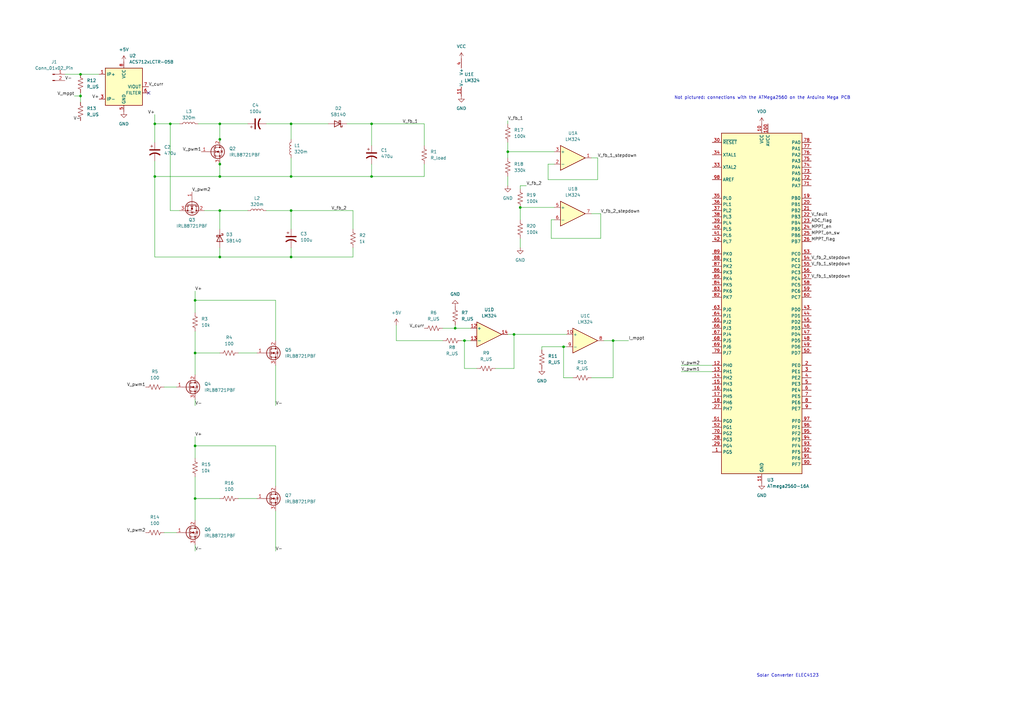
<source format=kicad_sch>
(kicad_sch (version 20231120) (generator "eeschema") (generator_version "8.0")
  (paper "A3")
  (lib_symbols
    (symbol "Amplifier_Operational:LM324" (pin_names (offset 0.127))
      (property "Reference" "U" (at 0 5.08 0))
      (property "Value" "LM324" (at 0 -5.08 0))
      (symbol "LM324_1_1"
        (polyline (pts (xy -5.08 5.08) (xy 5.08 0) (xy -5.08 -5.08) (xy -5.08 5.08)) (stroke (width 0.254)) (fill (type background)))
        (pin output line (at 7.62 0 180) (length 2.54) (name "~") (number "1"))
        (pin input line (at -7.62 -2.54 0) (length 2.54) (name "-") (number "2"))
        (pin input line (at -7.62 2.54 0) (length 2.54) (name "+") (number "3"))
      )
      (symbol "LM324_2_1"
        (polyline (pts (xy -5.08 5.08) (xy 5.08 0) (xy -5.08 -5.08) (xy -5.08 5.08)) (stroke (width 0.254)) (fill (type background)))
        (pin input line (at -7.62 2.54 0) (length 2.54) (name "+") (number "5"))
        (pin input line (at -7.62 -2.54 0) (length 2.54) (name "-") (number "6"))
        (pin output line (at 7.62 0 180) (length 2.54) (name "~") (number "7"))
      )
      (symbol "LM324_3_1"
        (polyline (pts (xy -5.08 5.08) (xy 5.08 0) (xy -5.08 -5.08) (xy -5.08 5.08)) (stroke (width 0.254)) (fill (type background)))
        (pin input line (at -7.62 2.54 0) (length 2.54) (name "+") (number "10"))
        (pin output line (at 7.62 0 180) (length 2.54) (name "~") (number "8"))
        (pin input line (at -7.62 -2.54 0) (length 2.54) (name "-") (number "9"))
      )
      (symbol "LM324_4_1"
        (polyline (pts (xy -5.08 5.08) (xy 5.08 0) (xy -5.08 -5.08) (xy -5.08 5.08)) (stroke (width 0.254)) (fill (type background)))
        (pin input line (at -7.62 2.54 0) (length 2.54) (name "+") (number "12"))
        (pin input line (at -7.62 -2.54 0) (length 2.54) (name "-") (number "13"))
        (pin output line (at 7.62 0 180) (length 2.54) (name "~") (number "14"))
      )
      (symbol "LM324_5_1"
        (pin power_in line (at -2.54 -7.62 90) (length 3.81) (name "V-") (number "11"))
        (pin power_in line (at -2.54 7.62 270) (length 3.81) (name "V+") (number "4"))
      )
    )
    (symbol "Connector:Conn_01x02_Pin" (pin_names (offset 1.016) hide)
      (property "Reference" "J" (at 0 2.54 0))
      (property "Value" "Conn_01x02_Pin" (at 0 -5.08 0))
      (symbol "Conn_01x02_Pin_1_1"
        (polyline (pts (xy 1.27 -2.54) (xy 0.8636 -2.54)) (stroke (width 0.1524)))
        (polyline (pts (xy 1.27 0) (xy 0.8636 0)) (stroke (width 0.1524)))
        (rectangle (start 0.8636 -2.413) (end 0 -2.667) (stroke (width 0.1524)) (fill (type outline)))
        (rectangle (start 0.8636 0.127) (end 0 -0.127) (stroke (width 0.1524)) (fill (type outline)))
        (pin passive line (at 5.08 0 180) (length 3.81) (name "Pin_1") (number "1"))
        (pin passive line (at 5.08 -2.54 180) (length 3.81) (name "Pin_2") (number "2"))
      )
    )
    (symbol "Device:C_Polarized_US" (pin_numbers hide) (pin_names (offset 0.254) hide)
      (property "Reference" "C" (at 0.635 2.54 0))
      (property "Value" "C_Polarized_US" (at 0.635 -2.54 0))
      (symbol "C_Polarized_US_0_1"
        (polyline (pts (xy -2.032 0.762) (xy 2.032 0.762)) (stroke (width 0.508)))
        (polyline (pts (xy -1.778 2.286) (xy -0.762 2.286)))
        (polyline (pts (xy -1.27 1.778) (xy -1.27 2.794)))
        (arc (start 2.032 -1.27) (mid 0 -0.5572) (end -2.032 -1.27) (stroke (width 0.508)))
      )
      (symbol "C_Polarized_US_1_1"
        (pin passive line (at 0 3.81 270) (length 2.794) (name "~") (number "1"))
        (pin passive line (at 0 -3.81 90) (length 3.302) (name "~") (number "2"))
      )
    )
    (symbol "Device:L" (pin_numbers hide) (pin_names (offset 1.016) hide)
      (property "Reference" "L" (at -1.27 0 90))
      (property "Value" "L" (at 1.905 0 90))
      (symbol "L_0_1"
        (arc (start 0 -2.54) (mid 0.6323 -1.905) (end 0 -1.27))
        (arc (start 0 -1.27) (mid 0.6323 -0.635) (end 0 0))
        (arc (start 0 0) (mid 0.6323 0.635) (end 0 1.27))
        (arc (start 0 1.27) (mid 0.6323 1.905) (end 0 2.54))
      )
      (symbol "L_1_1"
        (pin passive line (at 0 3.81 270) (length 1.27) (name "1") (number "1"))
        (pin passive line (at 0 -3.81 90) (length 1.27) (name "2") (number "2"))
      )
    )
    (symbol "Device:R_US" (pin_numbers hide) (pin_names (offset 0))
      (property "Reference" "R" (at 2.54 0 90))
      (property "Value" "R_US" (at -2.54 0 90))
      (symbol "R_US_0_1"
        (polyline (pts (xy 0 -2.286) (xy 0 -2.54)))
        (polyline (pts (xy 0 2.286) (xy 0 2.54)))
        (polyline (pts (xy 0 -0.762) (xy 1.016 -1.143) (xy 0 -1.524) (xy -1.016 -1.905) (xy 0 -2.286)))
        (polyline (pts (xy 0 0.762) (xy 1.016 0.381) (xy 0 0) (xy -1.016 -0.381) (xy 0 -0.762)))
        (polyline (pts (xy 0 2.286) (xy 1.016 1.905) (xy 0 1.524) (xy -1.016 1.143) (xy 0 0.762)))
      )
      (symbol "R_US_1_1"
        (pin passive line (at 0 3.81 270) (length 1.27) (name "~") (number "1"))
        (pin passive line (at 0 -3.81 90) (length 1.27) (name "~") (number "2"))
      )
    )
    (symbol "Diode:SB140" (pin_numbers hide) (pin_names (offset 1.016) hide)
      (property "Reference" "D" (at 0 2.54 0))
      (property "Value" "SB140" (at 0 -2.54 0))
      (symbol "SB140_0_1"
        (polyline (pts (xy 1.27 0) (xy -1.27 0)))
        (polyline (pts (xy 1.27 1.27) (xy 1.27 -1.27) (xy -1.27 0) (xy 1.27 1.27)) (stroke (width 0.254)))
        (polyline (pts (xy -1.905 0.635) (xy -1.905 1.27) (xy -1.27 1.27) (xy -1.27 -1.27) (xy -0.635 -1.27) (xy -0.635 -0.635)) (stroke (width 0.254)))
      )
      (symbol "SB140_1_1"
        (pin passive line (at -3.81 0 0) (length 2.54) (name "K") (number "1"))
        (pin passive line (at 3.81 0 180) (length 2.54) (name "A") (number "2"))
      )
    )
    (symbol "MCU_Microchip_ATmega:ATmega2560-16A"
      (property "Reference" "U" (at 0 1.27 0))
      (property "Value" "ATmega2560-16A" (at 0 -1.27 0))
      (symbol "ATmega2560-16A_0_1"
        (rectangle (start -16.51 -69.85) (end 16.51 69.85) (stroke (width 0.254)) (fill (type background)))
      )
      (symbol "ATmega2560-16A_1_1"
        (pin bidirectional line (at -20.32 -60.96 0) (length 3.81) (name "PG5") (number "1"))
        (pin power_in line (at 0 73.66 270) (length 3.81) (name "VCC") (number "10"))
        (pin power_in line (at 2.54 73.66 270) (length 3.81) (name "AVCC") (number "100"))
        (pin power_in line (at 0 -73.66 90) (length 3.81) (name "GND") (number "11"))
        (pin bidirectional line (at -20.32 -25.4 0) (length 3.81) (name "PH0") (number "12"))
        (pin bidirectional line (at -20.32 -27.94 0) (length 3.81) (name "PH1") (number "13"))
        (pin bidirectional line (at -20.32 -30.48 0) (length 3.81) (name "PH2") (number "14"))
        (pin bidirectional line (at -20.32 -33.02 0) (length 3.81) (name "PH3") (number "15"))
        (pin bidirectional line (at -20.32 -35.56 0) (length 3.81) (name "PH4") (number "16"))
        (pin bidirectional line (at -20.32 -38.1 0) (length 3.81) (name "PH5") (number "17"))
        (pin bidirectional line (at -20.32 -40.64 0) (length 3.81) (name "PH6") (number "18"))
        (pin bidirectional line (at 20.32 43.18 180) (length 3.81) (name "PB0") (number "19"))
        (pin bidirectional line (at 20.32 -25.4 180) (length 3.81) (name "PE0") (number "2"))
        (pin bidirectional line (at 20.32 40.64 180) (length 3.81) (name "PB1") (number "20"))
        (pin bidirectional line (at 20.32 38.1 180) (length 3.81) (name "PB2") (number "21"))
        (pin bidirectional line (at 20.32 35.56 180) (length 3.81) (name "PB3") (number "22"))
        (pin bidirectional line (at 20.32 33.02 180) (length 3.81) (name "PB4") (number "23"))
        (pin bidirectional line (at 20.32 30.48 180) (length 3.81) (name "PB5") (number "24"))
        (pin bidirectional line (at 20.32 27.94 180) (length 3.81) (name "PB6") (number "25"))
        (pin bidirectional line (at 20.32 25.4 180) (length 3.81) (name "PB7") (number "26"))
        (pin bidirectional line (at -20.32 -43.18 0) (length 3.81) (name "PH7") (number "27"))
        (pin bidirectional line (at -20.32 -55.88 0) (length 3.81) (name "PG3") (number "28"))
        (pin bidirectional line (at -20.32 -58.42 0) (length 3.81) (name "PG4") (number "29"))
        (pin bidirectional line (at 20.32 -27.94 180) (length 3.81) (name "PE1") (number "3"))
        (pin input line (at -20.32 66.04 0) (length 3.81) (name "~{RESET}") (number "30"))
        (pin passive line (at 0 73.66 270) (length 3.81) hide (name "VCC") (number "31"))
        (pin passive line (at 0 -73.66 90) (length 3.81) hide (name "GND") (number "32"))
        (pin output line (at -20.32 55.88 0) (length 3.81) (name "XTAL2") (number "33"))
        (pin input line (at -20.32 60.96 0) (length 3.81) (name "XTAL1") (number "34"))
        (pin bidirectional line (at -20.32 43.18 0) (length 3.81) (name "PL0") (number "35"))
        (pin bidirectional line (at -20.32 40.64 0) (length 3.81) (name "PL1") (number "36"))
        (pin bidirectional line (at -20.32 38.1 0) (length 3.81) (name "PL2") (number "37"))
        (pin bidirectional line (at -20.32 35.56 0) (length 3.81) (name "PL3") (number "38"))
        (pin bidirectional line (at -20.32 33.02 0) (length 3.81) (name "PL4") (number "39"))
        (pin bidirectional line (at 20.32 -30.48 180) (length 3.81) (name "PE2") (number "4"))
        (pin bidirectional line (at -20.32 30.48 0) (length 3.81) (name "PL5") (number "40"))
        (pin bidirectional line (at -20.32 27.94 0) (length 3.81) (name "PL6") (number "41"))
        (pin bidirectional line (at -20.32 25.4 0) (length 3.81) (name "PL7") (number "42"))
        (pin bidirectional line (at 20.32 -2.54 180) (length 3.81) (name "PD0") (number "43"))
        (pin bidirectional line (at 20.32 -5.08 180) (length 3.81) (name "PD1") (number "44"))
        (pin bidirectional line (at 20.32 -7.62 180) (length 3.81) (name "PD2") (number "45"))
        (pin bidirectional line (at 20.32 -10.16 180) (length 3.81) (name "PD3") (number "46"))
        (pin bidirectional line (at 20.32 -12.7 180) (length 3.81) (name "PD4") (number "47"))
        (pin bidirectional line (at 20.32 -15.24 180) (length 3.81) (name "PD5") (number "48"))
        (pin bidirectional line (at 20.32 -17.78 180) (length 3.81) (name "PD6") (number "49"))
        (pin bidirectional line (at 20.32 -33.02 180) (length 3.81) (name "PE3") (number "5"))
        (pin bidirectional line (at 20.32 -20.32 180) (length 3.81) (name "PD7") (number "50"))
        (pin bidirectional line (at -20.32 -48.26 0) (length 3.81) (name "PG0") (number "51"))
        (pin bidirectional line (at -20.32 -50.8 0) (length 3.81) (name "PG1") (number "52"))
        (pin bidirectional line (at 20.32 20.32 180) (length 3.81) (name "PC0") (number "53"))
        (pin bidirectional line (at 20.32 17.78 180) (length 3.81) (name "PC1") (number "54"))
        (pin bidirectional line (at 20.32 15.24 180) (length 3.81) (name "PC2") (number "55"))
        (pin bidirectional line (at 20.32 12.7 180) (length 3.81) (name "PC3") (number "56"))
        (pin bidirectional line (at 20.32 10.16 180) (length 3.81) (name "PC4") (number "57"))
        (pin bidirectional line (at 20.32 7.62 180) (length 3.81) (name "PC5") (number "58"))
        (pin bidirectional line (at 20.32 5.08 180) (length 3.81) (name "PC6") (number "59"))
        (pin bidirectional line (at 20.32 -35.56 180) (length 3.81) (name "PE4") (number "6"))
        (pin bidirectional line (at 20.32 2.54 180) (length 3.81) (name "PC7") (number "60"))
        (pin passive line (at 0 73.66 270) (length 3.81) hide (name "VCC") (number "61"))
        (pin passive line (at 0 -73.66 90) (length 3.81) hide (name "GND") (number "62"))
        (pin bidirectional line (at -20.32 -2.54 0) (length 3.81) (name "PJ0") (number "63"))
        (pin bidirectional line (at -20.32 -5.08 0) (length 3.81) (name "PJ1") (number "64"))
        (pin bidirectional line (at -20.32 -7.62 0) (length 3.81) (name "PJ2") (number "65"))
        (pin bidirectional line (at -20.32 -10.16 0) (length 3.81) (name "PJ3") (number "66"))
        (pin bidirectional line (at -20.32 -12.7 0) (length 3.81) (name "PJ4") (number "67"))
        (pin bidirectional line (at -20.32 -15.24 0) (length 3.81) (name "PJ5") (number "68"))
        (pin bidirectional line (at -20.32 -17.78 0) (length 3.81) (name "PJ6") (number "69"))
        (pin bidirectional line (at 20.32 -38.1 180) (length 3.81) (name "PE5") (number "7"))
        (pin bidirectional line (at -20.32 -53.34 0) (length 3.81) (name "PG2") (number "70"))
        (pin bidirectional line (at 20.32 48.26 180) (length 3.81) (name "PA7") (number "71"))
        (pin bidirectional line (at 20.32 50.8 180) (length 3.81) (name "PA6") (number "72"))
        (pin bidirectional line (at 20.32 53.34 180) (length 3.81) (name "PA5") (number "73"))
        (pin bidirectional line (at 20.32 55.88 180) (length 3.81) (name "PA4") (number "74"))
        (pin bidirectional line (at 20.32 58.42 180) (length 3.81) (name "PA3") (number "75"))
        (pin bidirectional line (at 20.32 60.96 180) (length 3.81) (name "PA2") (number "76"))
        (pin bidirectional line (at 20.32 63.5 180) (length 3.81) (name "PA1") (number "77"))
        (pin bidirectional line (at 20.32 66.04 180) (length 3.81) (name "PA0") (number "78"))
        (pin bidirectional line (at -20.32 -20.32 0) (length 3.81) (name "PJ7") (number "79"))
        (pin bidirectional line (at 20.32 -40.64 180) (length 3.81) (name "PE6") (number "8"))
        (pin passive line (at 0 73.66 270) (length 3.81) hide (name "VCC") (number "80"))
        (pin passive line (at 0 -73.66 90) (length 3.81) hide (name "GND") (number "81"))
        (pin bidirectional line (at -20.32 2.54 0) (length 3.81) (name "PK7") (number "82"))
        (pin bidirectional line (at -20.32 5.08 0) (length 3.81) (name "PK6") (number "83"))
        (pin bidirectional line (at -20.32 7.62 0) (length 3.81) (name "PK5") (number "84"))
        (pin bidirectional line (at -20.32 10.16 0) (length 3.81) (name "PK4") (number "85"))
        (pin bidirectional line (at -20.32 12.7 0) (length 3.81) (name "PK3") (number "86"))
        (pin bidirectional line (at -20.32 15.24 0) (length 3.81) (name "PK2") (number "87"))
        (pin bidirectional line (at -20.32 17.78 0) (length 3.81) (name "PK1") (number "88"))
        (pin bidirectional line (at -20.32 20.32 0) (length 3.81) (name "PK0") (number "89"))
        (pin bidirectional line (at 20.32 -43.18 180) (length 3.81) (name "PE7") (number "9"))
        (pin bidirectional line (at 20.32 -66.04 180) (length 3.81) (name "PF7") (number "90"))
        (pin bidirectional line (at 20.32 -63.5 180) (length 3.81) (name "PF6") (number "91"))
        (pin bidirectional line (at 20.32 -60.96 180) (length 3.81) (name "PF5") (number "92"))
        (pin bidirectional line (at 20.32 -58.42 180) (length 3.81) (name "PF4") (number "93"))
        (pin bidirectional line (at 20.32 -55.88 180) (length 3.81) (name "PF3") (number "94"))
        (pin bidirectional line (at 20.32 -53.34 180) (length 3.81) (name "PF2") (number "95"))
        (pin bidirectional line (at 20.32 -50.8 180) (length 3.81) (name "PF1") (number "96"))
        (pin bidirectional line (at 20.32 -48.26 180) (length 3.81) (name "PF0") (number "97"))
        (pin passive line (at -20.32 50.8 0) (length 3.81) (name "AREF") (number "98"))
        (pin passive line (at 0 -73.66 90) (length 3.81) hide (name "GND") (number "99"))
      )
    )
    (symbol "Sensor_Current:ACS712xLCTR-05B"
      (property "Reference" "U" (at 2.54 11.43 0))
      (property "Value" "ACS712xLCTR-05B" (at 2.54 8.89 0))
      (symbol "ACS712xLCTR-05B_0_1"
        (rectangle (start -7.62 7.62) (end 7.62 -7.62) (stroke (width 0.254)) (fill (type background)))
      )
      (symbol "ACS712xLCTR-05B_1_1"
        (pin passive line (at -10.16 5.08 0) (length 2.54) (name "IP+") (number "1"))
        (pin passive line (at -10.16 5.08 0) (length 2.54) hide (name "IP+") (number "2"))
        (pin passive line (at -10.16 -5.08 0) (length 2.54) (name "IP-") (number "3"))
        (pin passive line (at -10.16 -5.08 0) (length 2.54) hide (name "IP-") (number "4"))
        (pin power_in line (at 0 -10.16 90) (length 2.54) (name "GND") (number "5"))
        (pin passive line (at 10.16 -2.54 180) (length 2.54) (name "FILTER") (number "6"))
        (pin output line (at 10.16 0 180) (length 2.54) (name "VIOUT") (number "7"))
        (pin power_in line (at 0 10.16 270) (length 2.54) (name "VCC") (number "8"))
      )
    )
    (symbol "Transistor_FET:IRLB8721PBF" (pin_names hide)
      (property "Reference" "Q" (at 5.08 1.905 0))
      (property "Value" "IRLB8721PBF" (at 5.08 0 0))
      (symbol "IRLB8721PBF_0_1"
        (polyline (pts (xy 0.254 0) (xy -2.54 0)))
        (polyline (pts (xy 0.254 1.905) (xy 0.254 -1.905)) (stroke (width 0.254)))
        (polyline (pts (xy 0.762 -1.27) (xy 0.762 -2.286)) (stroke (width 0.254)))
        (polyline (pts (xy 0.762 0.508) (xy 0.762 -0.508)) (stroke (width 0.254)))
        (polyline (pts (xy 0.762 2.286) (xy 0.762 1.27)) (stroke (width 0.254)))
        (polyline (pts (xy 2.54 2.54) (xy 2.54 1.778)))
        (polyline (pts (xy 2.54 -2.54) (xy 2.54 0) (xy 0.762 0)))
        (polyline (pts (xy 0.762 -1.778) (xy 3.302 -1.778) (xy 3.302 1.778) (xy 0.762 1.778)))
        (polyline (pts (xy 1.016 0) (xy 2.032 0.381) (xy 2.032 -0.381) (xy 1.016 0)) (fill (type outline)))
        (polyline (pts (xy 2.794 0.508) (xy 2.921 0.381) (xy 3.683 0.381) (xy 3.81 0.254)))
        (polyline (pts (xy 3.302 0.381) (xy 2.921 -0.254) (xy 3.683 -0.254) (xy 3.302 0.381)))
        (circle (center 1.651 0) (radius 2.794) (stroke (width 0.254)))
        (circle (center 2.54 -1.778) (radius 0.254) (fill (type outline)))
        (circle (center 2.54 1.778) (radius 0.254) (fill (type outline)))
      )
      (symbol "IRLB8721PBF_1_1"
        (pin input line (at -5.08 0 0) (length 2.54) (name "G") (number "1"))
        (pin passive line (at 2.54 5.08 270) (length 2.54) (name "D") (number "2"))
        (pin passive line (at 2.54 -5.08 90) (length 2.54) (name "S") (number "3"))
      )
    )
    (symbol "power:+5V" (power) (pin_numbers hide) (pin_names (offset 0) hide)
      (property "Value" "+5V" (at 0 3.556 0))
      (symbol "+5V_0_1"
        (polyline (pts (xy -0.762 1.27) (xy 0 2.54)))
        (polyline (pts (xy 0 0) (xy 0 2.54)))
        (polyline (pts (xy 0 2.54) (xy 0.762 1.27)))
      )
      (symbol "+5V_1_1"
        (pin power_in line (at 0 0 90) (length 0) (name "~") (number "1"))
      )
    )
    (symbol "power:GND" (power) (pin_numbers hide) (pin_names (offset 0) hide)
      (property "Value" "GND" (at 0 -3.81 0))
      (symbol "GND_0_1"
        (polyline (pts (xy 0 0) (xy 0 -1.27) (xy 1.27 -1.27) (xy 0 -2.54) (xy -1.27 -1.27) (xy 0 -1.27)))
      )
      (symbol "GND_1_1"
        (pin power_in line (at 0 0 270) (length 0) (name "~") (number "1"))
      )
    )
    (symbol "power:VCC" (power) (pin_numbers hide) (pin_names (offset 0) hide)
      (property "Value" "VCC" (at 0 3.556 0))
      (symbol "VCC_0_1"
        (polyline (pts (xy -0.762 1.27) (xy 0 2.54)))
        (polyline (pts (xy 0 0) (xy 0 2.54)))
        (polyline (pts (xy 0 2.54) (xy 0.762 1.27)))
      )
      (symbol "VCC_1_1"
        (pin power_in line (at 0 0 90) (length 0) (name "~") (number "1"))
      )
    )
    (symbol "power:VDD" (power) (pin_numbers hide) (pin_names (offset 0) hide)
      (property "Value" "VDD" (at 0 3.556 0))
      (symbol "VDD_0_1"
        (polyline (pts (xy -0.762 1.27) (xy 0 2.54)))
        (polyline (pts (xy 0 0) (xy 0 2.54)))
        (polyline (pts (xy 0 2.54) (xy 0.762 1.27)))
      )
      (symbol "VDD_1_1"
        (pin power_in line (at 0 0 90) (length 0) (name "~") (number "1"))
      )
    )
  )
  (junction (at 33.02 30.48))
  (junction (at 90.17 50.8))
  (junction (at 210.82 137.16))
  (junction (at 119.38 50.8))
  (junction (at 208.28 62.23))
  (junction (at 190.5 139.7))
  (junction (at 213.36 85.09))
  (junction (at 90.17 72.39))
  (junction (at 231.14 142.24))
  (junction (at 152.4 50.8))
  (junction (at 152.4 72.39))
  (junction (at 80.01 204.47))
  (junction (at 186.69 134.62))
  (junction (at 119.38 72.39))
  (junction (at 90.17 105.41))
  (junction (at 63.5 72.39))
  (junction (at 33.02 39.37))
  (junction (at 119.38 105.41))
  (junction (at 90.17 57.15))
  (junction (at 90.17 86.36))
  (junction (at 69.85 50.8))
  (junction (at 251.46 139.7))
  (junction (at 119.38 86.36))
  (junction (at 80.01 182.88))
  (junction (at 63.5 50.8))
  (junction (at 90.17 67.31))
  (junction (at 80.01 144.78))
  (junction (at 80.01 123.19))
  (no_connect (at 60.96 38.1))
  (wire (pts (xy 222.25 142.24) (xy 222.25 143.51)))
  (wire (pts (xy 33.02 30.48) (xy 40.64 30.48)))
  (wire (pts (xy 80.01 144.78) (xy 80.01 153.67)))
  (wire (pts (xy 119.38 64.77) (xy 119.38 72.39)))
  (wire (pts (xy 113.03 182.88) (xy 80.01 182.88)))
  (wire (pts (xy 190.5 139.7) (xy 193.04 139.7)))
  (wire (pts (xy 231.14 142.24) (xy 222.25 142.24)))
  (wire (pts (xy 213.36 85.09) (xy 213.36 90.17)))
  (wire (pts (xy 226.06 90.17) (xy 226.06 97.79)))
  (wire (pts (xy 215.9 76.2) (xy 213.36 76.2)))
  (wire (pts (xy 279.4 149.86) (xy 292.1 149.86)))
  (wire (pts (xy 144.78 105.41) (xy 119.38 105.41)))
  (wire (pts (xy 33.02 39.37) (xy 33.02 41.91)))
  (wire (pts (xy 26.67 30.48) (xy 33.02 30.48)))
  (wire (pts (xy 63.5 72.39) (xy 63.5 105.41)))
  (wire (pts (xy 152.4 50.8) (xy 142.24 50.8)))
  (wire (pts (xy 109.22 50.8) (xy 119.38 50.8)))
  (wire (pts (xy 90.17 72.39) (xy 119.38 72.39)))
  (wire (pts (xy 119.38 105.41) (xy 90.17 105.41)))
  (wire (pts (xy 69.85 50.8) (xy 73.66 50.8)))
  (wire (pts (xy 81.28 50.8) (xy 90.17 50.8)))
  (wire (pts (xy 90.17 50.8) (xy 101.6 50.8)))
  (wire (pts (xy 186.69 134.62) (xy 193.04 134.62)))
  (wire (pts (xy 119.38 50.8) (xy 134.62 50.8)))
  (wire (pts (xy 67.31 218.44) (xy 72.39 218.44)))
  (wire (pts (xy 109.22 86.36) (xy 119.38 86.36)))
  (wire (pts (xy 113.03 209.55) (xy 113.03 226.06)))
  (wire (pts (xy 63.5 50.8) (xy 69.85 50.8)))
  (wire (pts (xy 80.01 179.07) (xy 80.01 182.88)))
  (wire (pts (xy 195.58 151.13) (xy 190.5 151.13)))
  (wire (pts (xy 119.38 72.39) (xy 152.4 72.39)))
  (wire (pts (xy 247.65 139.7) (xy 251.46 139.7)))
  (wire (pts (xy 90.17 66.04) (xy 90.17 67.31)))
  (wire (pts (xy 80.01 223.52) (xy 80.01 226.06)))
  (wire (pts (xy 90.17 67.31) (xy 90.17 72.39)))
  (wire (pts (xy 144.78 101.6) (xy 144.78 105.41)))
  (wire (pts (xy 208.28 62.23) (xy 208.28 64.77)))
  (wire (pts (xy 80.01 182.88) (xy 80.01 187.96)))
  (wire (pts (xy 113.03 139.7) (xy 113.03 123.19)))
  (wire (pts (xy 63.5 66.04) (xy 63.5 72.39)))
  (wire (pts (xy 232.41 142.24) (xy 231.14 142.24)))
  (wire (pts (xy 227.33 67.31) (xy 224.79 67.31)))
  (wire (pts (xy 90.17 86.36) (xy 90.17 93.98)))
  (wire (pts (xy 80.01 144.78) (xy 90.17 144.78)))
  (wire (pts (xy 208.28 62.23) (xy 227.33 62.23)))
  (wire (pts (xy 90.17 50.8) (xy 90.17 57.15)))
  (wire (pts (xy 242.57 64.77) (xy 245.11 64.77)))
  (wire (pts (xy 97.79 204.47) (xy 105.41 204.47)))
  (wire (pts (xy 208.28 58.42) (xy 208.28 62.23)))
  (wire (pts (xy 231.14 142.24) (xy 231.14 154.94)))
  (wire (pts (xy 67.31 158.75) (xy 72.39 158.75)))
  (wire (pts (xy 119.38 86.36) (xy 144.78 86.36)))
  (wire (pts (xy 246.38 97.79) (xy 246.38 87.63)))
  (wire (pts (xy 80.01 204.47) (xy 90.17 204.47)))
  (wire (pts (xy 213.36 97.79) (xy 213.36 101.6)))
  (wire (pts (xy 63.5 46.99) (xy 63.5 50.8)))
  (wire (pts (xy 90.17 57.15) (xy 90.17 58.42)))
  (wire (pts (xy 90.17 105.41) (xy 90.17 101.6)))
  (wire (pts (xy 210.82 151.13) (xy 210.82 137.16)))
  (wire (pts (xy 173.99 59.69) (xy 173.99 50.8)))
  (wire (pts (xy 279.4 152.4) (xy 292.1 152.4)))
  (wire (pts (xy 80.01 163.83) (xy 80.01 166.37)))
  (wire (pts (xy 63.5 58.42) (xy 63.5 50.8)))
  (wire (pts (xy 189.23 139.7) (xy 190.5 139.7)))
  (wire (pts (xy 186.69 133.35) (xy 186.69 134.62)))
  (wire (pts (xy 83.82 86.36) (xy 90.17 86.36)))
  (wire (pts (xy 234.95 154.94) (xy 231.14 154.94)))
  (wire (pts (xy 210.82 137.16) (xy 232.41 137.16)))
  (wire (pts (xy 69.85 50.8) (xy 69.85 86.36)))
  (wire (pts (xy 224.79 73.66) (xy 245.11 73.66)))
  (wire (pts (xy 144.78 93.98) (xy 144.78 86.36)))
  (wire (pts (xy 242.57 154.94) (xy 251.46 154.94)))
  (wire (pts (xy 152.4 72.39) (xy 173.99 72.39)))
  (wire (pts (xy 181.61 139.7) (xy 162.56 139.7)))
  (wire (pts (xy 119.38 86.36) (xy 119.38 93.98)))
  (wire (pts (xy 213.36 76.2) (xy 213.36 77.47)))
  (wire (pts (xy 113.03 199.39) (xy 113.03 182.88)))
  (wire (pts (xy 162.56 133.35) (xy 162.56 139.7)))
  (wire (pts (xy 80.01 195.58) (xy 80.01 204.47)))
  (wire (pts (xy 80.01 123.19) (xy 80.01 128.27)))
  (wire (pts (xy 63.5 72.39) (xy 90.17 72.39)))
  (wire (pts (xy 242.57 87.63) (xy 246.38 87.63)))
  (wire (pts (xy 173.99 72.39) (xy 173.99 67.31)))
  (wire (pts (xy 33.02 38.1) (xy 33.02 39.37)))
  (wire (pts (xy 208.28 49.53) (xy 208.28 50.8)))
  (wire (pts (xy 245.11 73.66) (xy 245.11 64.77)))
  (wire (pts (xy 208.28 137.16) (xy 210.82 137.16)))
  (wire (pts (xy 226.06 97.79) (xy 246.38 97.79)))
  (wire (pts (xy 224.79 67.31) (xy 224.79 73.66)))
  (wire (pts (xy 251.46 139.7) (xy 257.81 139.7)))
  (wire (pts (xy 80.01 135.89) (xy 80.01 144.78)))
  (wire (pts (xy 152.4 67.31) (xy 152.4 72.39)))
  (wire (pts (xy 251.46 139.7) (xy 251.46 154.94)))
  (wire (pts (xy 213.36 85.09) (xy 227.33 85.09)))
  (wire (pts (xy 113.03 123.19) (xy 80.01 123.19)))
  (wire (pts (xy 181.61 134.62) (xy 186.69 134.62)))
  (wire (pts (xy 97.79 144.78) (xy 105.41 144.78)))
  (wire (pts (xy 152.4 59.69) (xy 152.4 50.8)))
  (wire (pts (xy 173.99 50.8) (xy 152.4 50.8)))
  (wire (pts (xy 80.01 204.47) (xy 80.01 213.36)))
  (wire (pts (xy 90.17 86.36) (xy 101.6 86.36)))
  (wire (pts (xy 203.2 151.13) (xy 210.82 151.13)))
  (wire (pts (xy 119.38 50.8) (xy 119.38 57.15)))
  (wire (pts (xy 30.48 39.37) (xy 33.02 39.37)))
  (wire (pts (xy 80.01 119.38) (xy 80.01 123.19)))
  (wire (pts (xy 190.5 151.13) (xy 190.5 139.7)))
  (wire (pts (xy 73.66 86.36) (xy 69.85 86.36)))
  (wire (pts (xy 208.28 72.39) (xy 208.28 76.2)))
  (wire (pts (xy 119.38 101.6) (xy 119.38 105.41)))
  (wire (pts (xy 63.5 105.41) (xy 90.17 105.41)))
  (wire (pts (xy 227.33 90.17) (xy 226.06 90.17)))
  (wire (pts (xy 113.03 149.86) (xy 113.03 166.37)))
  (text "Not pictured: connections with the ATMega2560 on the Arduino Mega PCB\n" (at 312.674 40.132 0) (effects (font (size 1.27 1.27))))
  (text "Solar Converter ELEC4123" (at 323.088 277.114 0) (effects (font (size 1.27 1.27))))
  (label "I_mppt" (at 257.81 139.7 0))
  (label "V_fb_1_stepdown" (at 332.74 114.3 0))
  (label "V_pwm1" (at 59.69 158.75 180))
  (label "V+" (at 80.01 119.38 0))
  (label "V-" (at 113.03 226.06 0))
  (label "V+" (at 80.01 179.07 0))
  (label "V_fb_2" (at 135.89 86.36 0))
  (label "V_fb_1" (at 208.28 49.53 0))
  (label "V+" (at 63.5 46.99 180))
  (label "V_fault" (at 332.74 88.9 0))
  (label "V_fb_2_stepdown" (at 246.38 87.63 0))
  (label "V-" (at 80.01 226.06 0))
  (label "V-" (at 33.02 49.53 180))
  (label "V-" (at 80.01 166.37 0))
  (label "V_fb_1" (at 165.1 50.8 0))
  (label "V_pwm2" (at 78.74 78.74 0))
  (label "V_fb_2_stepdown" (at 332.74 106.68 0))
  (label "V_fb_2" (at 215.9 76.2 0))
  (label "V_pwm1" (at 82.55 62.23 180))
  (label "V-" (at 26.67 33.02 0))
  (label "V_pwm2" (at 279.4 149.86 0))
  (label "V_fb_1_stepdown" (at 332.74 109.22 0))
  (label "MPPT_en" (at 332.74 93.98 0))
  (label "MPPT_flag" (at 332.74 99.06 0))
  (label "V_curr" (at 60.96 35.56 0))
  (label "V-" (at 113.03 166.37 0))
  (label "V_pwm2" (at 59.69 218.44 180))
  (label "V_pwm1" (at 279.4 152.4 0))
  (label "V_fb_1_stepdown" (at 245.11 64.77 0))
  (label "MPPT_on_sw" (at 332.74 96.52 0))
  (label "ADC_flag" (at 332.74 91.44 0))
  (label "V_mppt" (at 30.48 39.37 180))
  (label "V+" (at 40.64 40.64 180))
  (label "V_curr" (at 173.99 134.62 180))
  (symbol (lib_id "Device:L") (at 77.47 50.8 90) (unit 1)
    (property "Reference" "L3" (at 77.47 45.72 90))
    (property "Value" "320m" (at 77.47 48.26 90))
    (property "Description" "Inductor" (effects (hide yes)))
  )
  (symbol (lib_id "Connector:Conn_01x02_Pin") (at 21.59 30.48 0) (unit 1)
    (property "Reference" "J1" (at 22.225 25.4 0))
    (property "Value" "Conn_01x02_Pin" (at 22.225 27.94 0))
    (property "Description" "Generic connector, single row, 01x02, script generated" (effects (hide yes)))
  )
  (symbol (lib_id "Device:C_Polarized_US") (at 63.5 62.23 0) (unit 1)
    (property "Reference" "C2" (at 67.31 60.3249 0) (effects (justify left)))
    (property "Value" "470u" (at 67.31 62.8649 0) (effects (justify left)))
    (property "Description" "Polarized capacitor, US symbol" (effects (hide yes)))
  )
  (symbol (lib_id "Device:R_US") (at 93.98 144.78 90) (unit 1)
    (property "Reference" "R4" (at 93.98 138.43 90))
    (property "Value" "100" (at 93.98 140.97 90))
    (property "Description" "Resistor, US symbol" (effects (hide yes)))
  )
  (symbol (lib_id "Amplifier_Operational:LM324") (at 234.95 64.77 0) (unit 1)
    (property "Reference" "U1" (at 234.95 54.61 0))
    (property "Value" "LM324" (at 234.95 57.15 0))
    (property "Datasheet" "http://www.ti.com/lit/ds/symlink/lm2902-n.pdf" (effects (hide yes)))
    (property "Description" "Low-Power, Quad-Operational Amplifiers, DIP-14/SOIC-14/SSOP-14" (effects (hide yes)))
  )
  (symbol (lib_id "power:GND") (at 213.36 101.6 0) (unit 1)
    (property "Reference" "#PWR010" (effects (hide yes)))
    (property "Value" "GND" (at 213.36 106.68 0))
    (property "Description" "Power symbol creates a global label with name \"GND\" , ground" (effects (hide yes)))
  )
  (symbol (lib_id "Transistor_FET:IRLB8721PBF") (at 110.49 144.78 0) (unit 1)
    (property "Reference" "Q5" (at 116.84 143.5099 0) (effects (justify left)))
    (property "Value" "IRLB8721PBF" (at 116.84 146.0499 0) (effects (justify left)))
    (property "Footprint" "Package_TO_SOT_THT:TO-220-3_Vertical" (effects (hide yes)))
    (property "Datasheet" "http://www.infineon.com/dgdl/irlb8721pbf.pdf?fileId=5546d462533600a40153566056732591" (effects (hide yes)))
    (property "Description" "62A Id, 30V Vds, 8.7 mOhm Rds, N-Channel HEXFET Power MOSFET, TO-220" (effects (hide yes)))
  )
  (symbol (lib_id "Device:R_US") (at 93.98 204.47 90) (unit 1)
    (property "Reference" "R16" (at 93.98 198.12 90))
    (property "Value" "100" (at 93.98 200.66 90))
    (property "Description" "Resistor, US symbol" (effects (hide yes)))
  )
  (symbol (lib_id "Amplifier_Operational:LM324") (at 191.77 31.75 0) (unit 5)
    (property "Reference" "U1" (at 190.5 30.4799 0) (effects (justify left)))
    (property "Value" "LM324" (at 190.5 33.0199 0) (effects (justify left)))
    (property "Datasheet" "http://www.ti.com/lit/ds/symlink/lm2902-n.pdf" (effects (hide yes)))
    (property "Description" "Low-Power, Quad-Operational Amplifiers, DIP-14/SOIC-14/SSOP-14" (effects (hide yes)))
  )
  (symbol (lib_id "Device:R_US") (at 186.69 129.54 180) (unit 1)
    (property "Reference" "R7" (at 189.23 128.2699 0) (effects (justify right)))
    (property "Value" "R_US" (at 189.23 130.8099 0) (effects (justify right)))
    (property "Description" "Resistor, US symbol" (effects (hide yes)))
  )
  (symbol (lib_id "power:GND") (at 208.28 76.2 0) (unit 1)
    (property "Reference" "#PWR011" (effects (hide yes)))
    (property "Value" "GND" (at 208.28 81.28 0))
    (property "Description" "Power symbol creates a global label with name \"GND\" , ground" (effects (hide yes)))
  )
  (symbol (lib_id "Device:L") (at 105.41 86.36 90) (unit 1)
    (property "Reference" "L2" (at 105.41 81.28 90))
    (property "Value" "320m" (at 105.41 83.82 90))
    (property "Description" "Inductor" (effects (hide yes)))
  )
  (symbol (lib_id "Transistor_FET:IRLB8721PBF") (at 77.47 158.75 0) (unit 1)
    (property "Reference" "Q4" (at 83.82 157.4799 0) (effects (justify left)))
    (property "Value" "IRLB8721PBF" (at 83.82 160.0199 0) (effects (justify left)))
    (property "Footprint" "Package_TO_SOT_THT:TO-220-3_Vertical" (effects (hide yes)))
    (property "Datasheet" "http://www.infineon.com/dgdl/irlb8721pbf.pdf?fileId=5546d462533600a40153566056732591" (effects (hide yes)))
    (property "Description" "62A Id, 30V Vds, 8.7 mOhm Rds, N-Channel HEXFET Power MOSFET, TO-220" (effects (hide yes)))
  )
  (symbol (lib_id "Device:R_US") (at 208.28 68.58 0) (unit 1)
    (property "Reference" "R18" (at 210.82 67.3099 0) (effects (justify left)))
    (property "Value" "330k" (at 210.82 69.8499 0) (effects (justify left)))
    (property "Description" "Resistor, US symbol" (effects (hide yes)))
  )
  (symbol (lib_id "Device:R_US") (at 33.02 45.72 180) (unit 1)
    (property "Reference" "R13" (at 35.56 44.4499 0) (effects (justify right)))
    (property "Value" "R_US" (at 35.56 46.9899 0) (effects (justify right)))
    (property "Description" "Resistor, US symbol" (effects (hide yes)))
  )
  (symbol (lib_id "Device:L") (at 119.38 60.96 180) (unit 1)
    (property "Reference" "L1" (at 120.65 59.6899 0) (effects (justify right)))
    (property "Value" "320m" (at 120.65 62.2299 0) (effects (justify right)))
    (property "Description" "Inductor" (effects (hide yes)))
  )
  (symbol (lib_id "power:GND") (at 189.23 39.37 0) (unit 1)
    (property "Reference" "#PWR02" (effects (hide yes)))
    (property "Value" "GND" (at 189.23 44.45 0))
    (property "Description" "Power symbol creates a global label with name \"GND\" , ground" (effects (hide yes)))
  )
  (symbol (lib_id "Device:R_US") (at 213.36 81.28 0) (unit 1)
    (property "Reference" "R19" (at 215.9 80.0099 0) (effects (justify left)))
    (property "Value" "100k" (at 215.9 82.5499 0) (effects (justify left)))
    (property "Description" "Resistor, US symbol" (effects (hide yes)))
  )
  (symbol (lib_id "Device:R_US") (at 222.25 147.32 0) (unit 1)
    (property "Reference" "R11" (at 224.79 146.0499 0) (effects (justify left)))
    (property "Value" "R_US" (at 224.79 148.5899 0) (effects (justify left)))
    (property "Description" "Resistor, US symbol" (effects (hide yes)))
  )
  (symbol (lib_id "Device:R_US") (at 63.5 158.75 90) (unit 1)
    (property "Reference" "R5" (at 63.5 152.4 90))
    (property "Value" "100" (at 63.5 154.94 90))
    (property "Description" "Resistor, US symbol" (effects (hide yes)))
  )
  (symbol (lib_id "power:GND") (at 312.42 198.12 0) (unit 1)
    (property "Reference" "#PWR06" (effects (hide yes)))
    (property "Value" "GND" (at 312.42 203.2 0))
    (property "Description" "Power symbol creates a global label with name \"GND\" , ground" (effects (hide yes)))
  )
  (symbol (lib_id "Diode:SB140") (at 138.43 50.8 180) (unit 1)
    (property "Reference" "D2" (at 138.7475 44.45 0))
    (property "Value" "SB140" (at 138.7475 46.99 0))
    (property "Footprint" "Diode_THT:D_DO-41_SOD81_P10.16mm_Horizontal" (effects (hide yes)))
    (property "Datasheet" "http://www.diodes.com/_files/datasheets/ds23022.pdf" (effects (hide yes)))
    (property "Description" "40V 1A Schottky Barrier Rectifier Diode, DO-41" (effects (hide yes)))
  )
  (symbol (lib_id "power:GND") (at 50.8 45.72 0) (unit 1)
    (property "Reference" "#PWR03" (effects (hide yes)))
    (property "Value" "GND" (at 50.8 50.8 0))
    (property "Description" "Power symbol creates a global label with name \"GND\" , ground" (effects (hide yes)))
  )
  (symbol (lib_id "Device:R_US") (at 213.36 93.98 0) (unit 1)
    (property "Reference" "R20" (at 215.9 92.7099 0) (effects (justify left)))
    (property "Value" "100k" (at 215.9 95.2499 0) (effects (justify left)))
    (property "Description" "Resistor, US symbol" (effects (hide yes)))
  )
  (symbol (lib_id "Device:C_Polarized_US") (at 152.4 63.5 0) (unit 1)
    (property "Reference" "C1" (at 156.21 61.5949 0) (effects (justify left)))
    (property "Value" "470u" (at 156.21 64.1349 0) (effects (justify left)))
    (property "Description" "Polarized capacitor, US symbol" (effects (hide yes)))
  )
  (symbol (lib_id "Device:R_US") (at 199.39 151.13 270) (unit 1)
    (property "Reference" "R9" (at 199.39 144.78 90))
    (property "Value" "R_US" (at 199.39 147.32 90))
    (property "Description" "Resistor, US symbol" (effects (hide yes)))
  )
  (symbol (lib_id "power:GND") (at 222.25 151.13 0) (unit 1)
    (property "Reference" "#PWR09" (effects (hide yes)))
    (property "Value" "GND" (at 222.25 156.21 0))
    (property "Description" "Power symbol creates a global label with name \"GND\" , ground" (effects (hide yes)))
  )
  (symbol (lib_id "Amplifier_Operational:LM324") (at 240.03 139.7 0) (unit 3)
    (property "Reference" "U1" (at 240.03 129.54 0))
    (property "Value" "LM324" (at 240.03 132.08 0))
    (property "Datasheet" "http://www.ti.com/lit/ds/symlink/lm2902-n.pdf" (effects (hide yes)))
    (property "Description" "Low-Power, Quad-Operational Amplifiers, DIP-14/SOIC-14/SSOP-14" (effects (hide yes)))
  )
  (symbol (lib_id "Transistor_FET:IRLB8721PBF") (at 87.63 62.23 0) (unit 1)
    (property "Reference" "Q2" (at 93.98 60.9599 0) (effects (justify left)))
    (property "Value" "IRLB8721PBF" (at 93.98 63.4999 0) (effects (justify left)))
    (property "Footprint" "Package_TO_SOT_THT:TO-220-3_Vertical" (effects (hide yes)))
    (property "Datasheet" "http://www.infineon.com/dgdl/irlb8721pbf.pdf?fileId=5546d462533600a40153566056732591" (effects (hide yes)))
    (property "Description" "62A Id, 30V Vds, 8.7 mOhm Rds, N-Channel HEXFET Power MOSFET, TO-220" (effects (hide yes)))
  )
  (symbol (lib_id "Device:R_US") (at 144.78 97.79 0) (unit 1)
    (property "Reference" "R2" (at 147.32 96.5199 0) (effects (justify left)))
    (property "Value" "1k" (at 147.32 99.0599 0) (effects (justify left)))
    (property "Description" "Resistor, US symbol" (effects (hide yes)))
  )
  (symbol (lib_id "Amplifier_Operational:LM324") (at 234.95 87.63 0) (unit 2)
    (property "Reference" "U1" (at 234.95 77.47 0))
    (property "Value" "LM324" (at 234.95 80.01 0))
    (property "Datasheet" "http://www.ti.com/lit/ds/symlink/lm2902-n.pdf" (effects (hide yes)))
    (property "Description" "Low-Power, Quad-Operational Amplifiers, DIP-14/SOIC-14/SSOP-14" (effects (hide yes)))
  )
  (symbol (lib_id "power:+5V") (at 162.56 133.35 0) (unit 1)
    (property "Reference" "#PWR08" (effects (hide yes)))
    (property "Value" "+5V" (at 162.56 128.27 0))
    (property "Description" "Power symbol creates a global label with name \"+5V\"" (effects (hide yes)))
  )
  (symbol (lib_id "MCU_Microchip_ATmega:ATmega2560-16A") (at 312.42 124.46 0) (unit 1)
    (property "Reference" "U3" (at 314.6141 196.85 0) (effects (justify left)))
    (property "Value" "ATmega2560-16A" (at 314.6141 199.39 0) (effects (justify left)))
    (property "Footprint" "Package_QFP:TQFP-100_14x14mm_P0.5mm" (effects (hide yes)))
    (property "Datasheet" "http://ww1.microchip.com/downloads/en/DeviceDoc/Atmel-2549-8-bit-AVR-Microcontroller-ATmega640-1280-1281-2560-2561_datasheet.pdf" (effects (hide yes)))
    (property "Description" "16MHz, 256kB Flash, 8kB SRAM, 4kB EEPROM, JTAG, TQFP-100" (effects (hide yes)))
  )
  (symbol (lib_id "power:VDD") (at 312.42 50.8 0) (unit 1)
    (property "Reference" "#PWR05" (effects (hide yes)))
    (property "Value" "VDD" (at 312.42 45.72 0))
    (property "Description" "Power symbol creates a global label with name \"VDD\"" (effects (hide yes)))
  )
  (symbol (lib_id "Device:R_US") (at 208.28 54.61 0) (unit 1)
    (property "Reference" "R17" (at 210.82 53.3399 0) (effects (justify left)))
    (property "Value" "100k" (at 210.82 55.8799 0) (effects (justify left)))
    (property "Description" "Resistor, US symbol" (effects (hide yes)))
  )
  (symbol (lib_id "Amplifier_Operational:LM324") (at 200.66 137.16 0) (unit 4)
    (property "Reference" "U1" (at 200.66 127 0))
    (property "Value" "LM324" (at 200.66 129.54 0))
    (property "Datasheet" "http://www.ti.com/lit/ds/symlink/lm2902-n.pdf" (effects (hide yes)))
    (property "Description" "Low-Power, Quad-Operational Amplifiers, DIP-14/SOIC-14/SSOP-14" (effects (hide yes)))
  )
  (symbol (lib_id "Diode:SB140") (at 90.17 97.79 270) (unit 1)
    (property "Reference" "D3" (at 92.71 96.2024 90) (effects (justify left)))
    (property "Value" "SB140" (at 92.71 98.7424 90) (effects (justify left)))
    (property "Footprint" "Diode_THT:D_DO-41_SOD81_P10.16mm_Horizontal" (effects (hide yes)))
    (property "Datasheet" "http://www.diodes.com/_files/datasheets/ds23022.pdf" (effects (hide yes)))
    (property "Description" "40V 1A Schottky Barrier Rectifier Diode, DO-41" (effects (hide yes)))
  )
  (symbol (lib_id "Device:R_US") (at 177.8 134.62 90) (unit 1)
    (property "Reference" "R6" (at 177.8 128.27 90))
    (property "Value" "R_US" (at 177.8 130.81 90))
    (property "Description" "Resistor, US symbol" (effects (hide yes)))
  )
  (symbol (lib_id "Transistor_FET:IRLB8721PBF") (at 77.47 218.44 0) (unit 1)
    (property "Reference" "Q6" (at 83.82 217.1699 0) (effects (justify left)))
    (property "Value" "IRLB8721PBF" (at 83.82 219.7099 0) (effects (justify left)))
    (property "Footprint" "Package_TO_SOT_THT:TO-220-3_Vertical" (effects (hide yes)))
    (property "Datasheet" "http://www.infineon.com/dgdl/irlb8721pbf.pdf?fileId=5546d462533600a40153566056732591" (effects (hide yes)))
    (property "Description" "62A Id, 30V Vds, 8.7 mOhm Rds, N-Channel HEXFET Power MOSFET, TO-220" (effects (hide yes)))
  )
  (symbol (lib_id "Device:R_US") (at 173.99 63.5 0) (unit 1)
    (property "Reference" "R1" (at 176.53 62.2299 0) (effects (justify left)))
    (property "Value" "R_load" (at 176.53 64.7699 0) (effects (justify left)))
    (property "Description" "Resistor, US symbol" (effects (hide yes)))
  )
  (symbol (lib_id "power:VCC") (at 189.23 24.13 0) (unit 1)
    (property "Reference" "#PWR01" (effects (hide yes)))
    (property "Value" "VCC" (at 189.23 19.05 0))
    (property "Description" "Power symbol creates a global label with name \"VCC\"" (effects (hide yes)))
  )
  (symbol (lib_id "Device:R_US") (at 238.76 154.94 270) (unit 1)
    (property "Reference" "R10" (at 238.76 148.59 90))
    (property "Value" "R_US" (at 238.76 151.13 90))
    (property "Description" "Resistor, US symbol" (effects (hide yes)))
  )
  (symbol (lib_id "Device:C_Polarized_US") (at 119.38 97.79 0) (unit 1)
    (property "Reference" "C3" (at 123.19 95.8849 0) (effects (justify left)))
    (property "Value" "100u" (at 123.19 98.4249 0) (effects (justify left)))
    (property "Description" "Polarized capacitor, US symbol" (effects (hide yes)))
  )
  (symbol (lib_id "Device:R_US") (at 80.01 191.77 0) (unit 1)
    (property "Reference" "R15" (at 82.55 190.4999 0) (effects (justify left)))
    (property "Value" "10k" (at 82.55 193.0399 0) (effects (justify left)))
    (property "Description" "Resistor, US symbol" (effects (hide yes)))
  )
  (symbol (lib_id "Device:R_US") (at 80.01 132.08 0) (unit 1)
    (property "Reference" "R3" (at 82.55 130.8099 0) (effects (justify left)))
    (property "Value" "10k" (at 82.55 133.3499 0) (effects (justify left)))
    (property "Description" "Resistor, US symbol" (effects (hide yes)))
  )
  (symbol (lib_id "power:GND") (at 186.69 125.73 180) (unit 1)
    (property "Reference" "#PWR07" (effects (hide yes)))
    (property "Value" "GND" (at 186.69 120.65 0))
    (property "Description" "Power symbol creates a global label with name \"GND\" , ground" (effects (hide yes)))
  )
  (symbol (lib_id "Device:R_US") (at 185.42 139.7 270) (unit 1)
    (property "Reference" "R8" (at 185.42 142.494 90))
    (property "Value" "R_US" (at 185.42 145.034 90))
    (property "Description" "Resistor, US symbol" (effects (hide yes)))
  )
  (symbol (lib_id "Device:R_US") (at 63.5 218.44 90) (unit 1)
    (property "Reference" "R14" (at 63.5 212.09 90))
    (property "Value" "100" (at 63.5 214.63 90))
    (property "Description" "Resistor, US symbol" (effects (hide yes)))
  )
  (symbol (lib_id "Device:R_US") (at 33.02 34.29 180) (unit 1)
    (property "Reference" "R12" (at 35.56 33.0199 0) (effects (justify right)))
    (property "Value" "R_US" (at 35.56 35.5599 0) (effects (justify right)))
    (property "Description" "Resistor, US symbol" (effects (hide yes)))
  )
  (symbol (lib_id "power:+5V") (at 50.8 25.4 0) (unit 1)
    (property "Reference" "#PWR04" (effects (hide yes)))
    (property "Value" "+5V" (at 50.8 20.32 0))
    (property "Description" "Power symbol creates a global label with name \"+5V\"" (effects (hide yes)))
  )
  (symbol (lib_id "Transistor_FET:IRLB8721PBF") (at 78.74 83.82 270) (unit 1)
    (property "Reference" "Q3" (at 78.74 90.17 90))
    (property "Value" "IRLB8721PBF" (at 78.74 92.71 90))
    (property "Footprint" "Package_TO_SOT_THT:TO-220-3_Vertical" (effects (hide yes)))
    (property "Datasheet" "http://www.infineon.com/dgdl/irlb8721pbf.pdf?fileId=5546d462533600a40153566056732591" (effects (hide yes)))
    (property "Description" "62A Id, 30V Vds, 8.7 mOhm Rds, N-Channel HEXFET Power MOSFET, TO-220" (effects (hide yes)))
  )
  (symbol (lib_id "Sensor_Current:ACS712xLCTR-05B") (at 50.8 35.56 0) (unit 1)
    (property "Reference" "U2" (at 52.9941 22.86 0) (effects (justify left)))
    (property "Value" "ACS712xLCTR-05B" (at 52.9941 25.4 0) (effects (justify left)))
    (property "Footprint" "Package_SO:SOIC-8_3.9x4.9mm_P1.27mm" (effects (hide yes)))
    (property "Datasheet" "http://www.allegromicro.com/~/media/Files/Datasheets/ACS712-Datasheet.ashx?la=en" (effects (hide yes)))
    (property "Description" "±5A Bidirectional Hall-Effect Current Sensor, +5.0V supply, 185mV/A, SOIC-8" (effects (hide yes)))
  )
  (symbol (lib_id "Device:C_Polarized_US") (at 105.41 50.8 90) (unit 1)
    (property "Reference" "C4" (at 104.775 43.18 90))
    (property "Value" "100u" (at 104.775 45.72 90))
    (property "Description" "Polarized capacitor, US symbol" (effects (hide yes)))
  )
  (symbol (lib_id "Transistor_FET:IRLB8721PBF") (at 110.49 204.47 0) (unit 1)
    (property "Reference" "Q7" (at 116.84 203.1999 0) (effects (justify left)))
    (property "Value" "IRLB8721PBF" (at 116.84 205.7399 0) (effects (justify left)))
    (property "Footprint" "Package_TO_SOT_THT:TO-220-3_Vertical" (effects (hide yes)))
    (property "Datasheet" "http://www.infineon.com/dgdl/irlb8721pbf.pdf?fileId=5546d462533600a40153566056732591" (effects (hide yes)))
    (property "Description" "62A Id, 30V Vds, 8.7 mOhm Rds, N-Channel HEXFET Power MOSFET, TO-220" (effects (hide yes)))
  )
)
</source>
